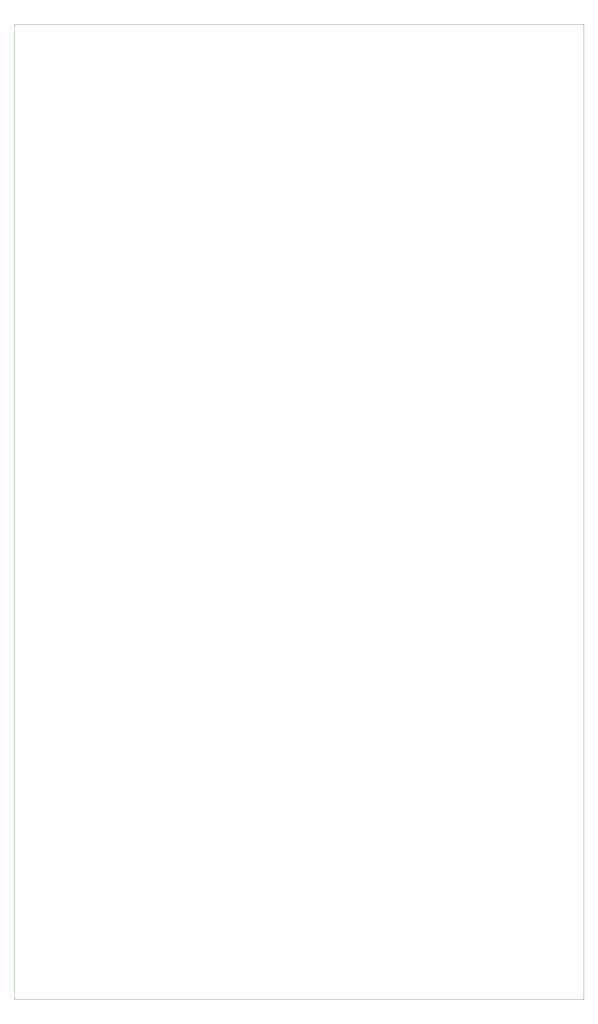
<source format=gm1>
%TF.GenerationSoftware,KiCad,Pcbnew,(6.0.6)*%
%TF.CreationDate,2022-10-07T01:39:03+08:00*%
%TF.ProjectId,7SegmentDisplay_DualLine_NoDriver_8Inches,37536567-6d65-46e7-9444-6973706c6179,rev?*%
%TF.SameCoordinates,Original*%
%TF.FileFunction,Profile,NP*%
%FSLAX46Y46*%
G04 Gerber Fmt 4.6, Leading zero omitted, Abs format (unit mm)*
G04 Created by KiCad (PCBNEW (6.0.6)) date 2022-10-07 01:39:03*
%MOMM*%
%LPD*%
G01*
G04 APERTURE LIST*
%TA.AperFunction,Profile*%
%ADD10C,0.100000*%
%TD*%
G04 APERTURE END LIST*
D10*
X455280000Y35790000D02*
X310900000Y35790000D01*
X310900000Y35790000D02*
X310900000Y-211210000D01*
X310900000Y-211210000D02*
X455280000Y-211210000D01*
X455280000Y-211210000D02*
X455280000Y35790000D01*
M02*

</source>
